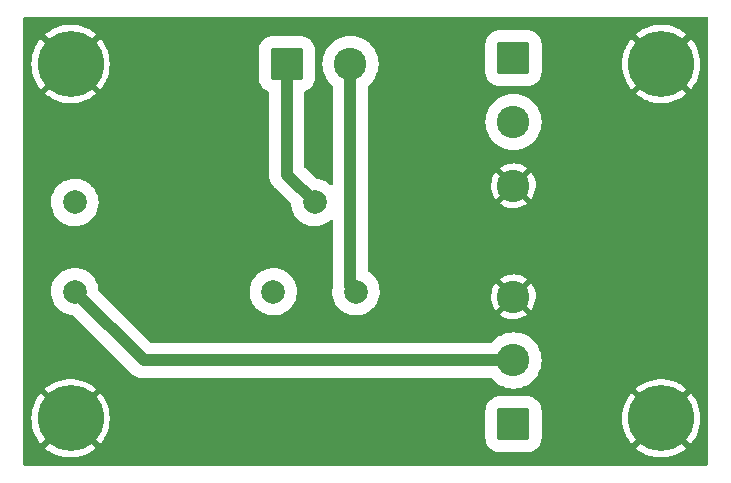
<source format=gbr>
%TF.GenerationSoftware,KiCad,Pcbnew,(6.0.5)*%
%TF.CreationDate,2023-01-10T19:29:17-05:00*%
%TF.ProjectId,Switched-Outlet-Switcher,53776974-6368-4656-942d-4f75746c6574,rev?*%
%TF.SameCoordinates,Original*%
%TF.FileFunction,Copper,L2,Bot*%
%TF.FilePolarity,Positive*%
%FSLAX46Y46*%
G04 Gerber Fmt 4.6, Leading zero omitted, Abs format (unit mm)*
G04 Created by KiCad (PCBNEW (6.0.5)) date 2023-01-10 19:29:17*
%MOMM*%
%LPD*%
G01*
G04 APERTURE LIST*
G04 Aperture macros list*
%AMRoundRect*
0 Rectangle with rounded corners*
0 $1 Rounding radius*
0 $2 $3 $4 $5 $6 $7 $8 $9 X,Y pos of 4 corners*
0 Add a 4 corners polygon primitive as box body*
4,1,4,$2,$3,$4,$5,$6,$7,$8,$9,$2,$3,0*
0 Add four circle primitives for the rounded corners*
1,1,$1+$1,$2,$3*
1,1,$1+$1,$4,$5*
1,1,$1+$1,$6,$7*
1,1,$1+$1,$8,$9*
0 Add four rect primitives between the rounded corners*
20,1,$1+$1,$2,$3,$4,$5,0*
20,1,$1+$1,$4,$5,$6,$7,0*
20,1,$1+$1,$6,$7,$8,$9,0*
20,1,$1+$1,$8,$9,$2,$3,0*%
G04 Aperture macros list end*
%TA.AperFunction,ComponentPad*%
%ADD10C,5.600000*%
%TD*%
%TA.AperFunction,ComponentPad*%
%ADD11RoundRect,0.250000X1.125000X-1.125000X1.125000X1.125000X-1.125000X1.125000X-1.125000X-1.125000X0*%
%TD*%
%TA.AperFunction,ComponentPad*%
%ADD12C,2.750000*%
%TD*%
%TA.AperFunction,ComponentPad*%
%ADD13RoundRect,0.250000X-1.125000X1.125000X-1.125000X-1.125000X1.125000X-1.125000X1.125000X1.125000X0*%
%TD*%
%TA.AperFunction,ComponentPad*%
%ADD14RoundRect,0.250000X-1.125000X-1.125000X1.125000X-1.125000X1.125000X1.125000X-1.125000X1.125000X0*%
%TD*%
%TA.AperFunction,ComponentPad*%
%ADD15C,2.006600*%
%TD*%
%TA.AperFunction,Conductor*%
%ADD16C,1.000000*%
%TD*%
G04 APERTURE END LIST*
D10*
%TO.P,REF\u002A\u002A,1*%
%TO.N,/EARTH*%
X185000000Y-126000000D03*
%TD*%
D11*
%TO.P,P2,1,AC_P*%
%TO.N,/IN_P*%
X172500000Y-126500000D03*
D12*
%TO.P,P2,2,AC_N*%
%TO.N,/IN_N*%
X172500000Y-121100000D03*
%TO.P,P2,3,EARTH*%
%TO.N,/EARTH*%
X172500000Y-115700000D03*
%TD*%
D10*
%TO.P,REF\u002A\u002A,1*%
%TO.N,/EARTH*%
X135000000Y-96000000D03*
%TD*%
%TO.P,REF\u002A\u002A,1*%
%TO.N,/EARTH*%
X135000000Y-126000000D03*
%TD*%
D13*
%TO.P,P1,1,AC_P*%
%TO.N,/OUT_P*%
X172500000Y-95500000D03*
D12*
%TO.P,P1,2,AC_N*%
%TO.N,/IN_N*%
X172500000Y-100900000D03*
%TO.P,P1,3,EARTH*%
%TO.N,/EARTH*%
X172500000Y-106300000D03*
%TD*%
D14*
%TO.P,SW1,1,1*%
%TO.N,/IN_P*%
X153300000Y-96000000D03*
D12*
%TO.P,SW1,2,2*%
%TO.N,Net-(SW1-Pad2)*%
X158700000Y-96000000D03*
%TD*%
D10*
%TO.P,REF\u002A\u002A,1*%
%TO.N,/EARTH*%
X185000000Y-96000000D03*
%TD*%
D15*
%TO.P,U1,1,A1*%
%TO.N,/IN_N*%
X135358800Y-115280000D03*
%TO.P,U1,2,12*%
%TO.N,/OUT_P*%
X152158802Y-115280000D03*
%TO.P,U1,3,14*%
%TO.N,Net-(SW1-Pad2)*%
X159158803Y-115280000D03*
%TO.P,U1,4,11*%
%TO.N,/IN_P*%
X155658803Y-107720000D03*
%TO.P,U1,5,A2*%
%TO.N,Net-(SW1-Pad2)*%
X135358800Y-107720000D03*
%TD*%
D16*
%TO.N,/IN_N*%
X141178800Y-121100000D02*
X172500000Y-121100000D01*
X135358800Y-115280000D02*
X141178800Y-121100000D01*
%TO.N,Net-(SW1-Pad2)*%
X158700000Y-114821197D02*
X159158803Y-115280000D01*
X158700000Y-96000000D02*
X158700000Y-114821197D01*
%TO.N,/IN_P*%
X153300000Y-105361197D02*
X155658803Y-107720000D01*
X153300000Y-96000000D02*
X153300000Y-105361197D01*
%TD*%
%TA.AperFunction,Conductor*%
%TO.N,/EARTH*%
G36*
X188941621Y-92020502D02*
G01*
X188988114Y-92074158D01*
X188999500Y-92126500D01*
X188999500Y-129873500D01*
X188979498Y-129941621D01*
X188925842Y-129988114D01*
X188873500Y-129999500D01*
X131126500Y-129999500D01*
X131058379Y-129979498D01*
X131011886Y-129925842D01*
X131000500Y-129873500D01*
X131000500Y-128516381D01*
X132849160Y-128516381D01*
X132849237Y-128517470D01*
X132851698Y-128521206D01*
X133125632Y-128731404D01*
X133131262Y-128735259D01*
X133431591Y-128917862D01*
X133437593Y-128921080D01*
X133755897Y-129070184D01*
X133762202Y-129072732D01*
X134094743Y-129186587D01*
X134101313Y-129188446D01*
X134444183Y-129265714D01*
X134450912Y-129266853D01*
X134800143Y-129306643D01*
X134806933Y-129307046D01*
X135158419Y-129308886D01*
X135165220Y-129308554D01*
X135514853Y-129272423D01*
X135521581Y-129271357D01*
X135865274Y-129197676D01*
X135871822Y-129195897D01*
X136205549Y-129085527D01*
X136211891Y-129083041D01*
X136531718Y-128937288D01*
X136537777Y-128934121D01*
X136839995Y-128754676D01*
X136845659Y-128750884D01*
X137126732Y-128539849D01*
X137131958Y-128535464D01*
X137141613Y-128526428D01*
X137149682Y-128512750D01*
X137149654Y-128512024D01*
X137144512Y-128503723D01*
X135012810Y-126372020D01*
X134998869Y-126364408D01*
X134997034Y-126364539D01*
X134990420Y-126368790D01*
X132856774Y-128502437D01*
X132849160Y-128516381D01*
X131000500Y-128516381D01*
X131000500Y-125991832D01*
X131687333Y-125991832D01*
X131705117Y-126342893D01*
X131705827Y-126349649D01*
X131761420Y-126696723D01*
X131762859Y-126703378D01*
X131855608Y-127042410D01*
X131857757Y-127048871D01*
X131986581Y-127375912D01*
X131989412Y-127382095D01*
X132152803Y-127693310D01*
X132156286Y-127699152D01*
X132352330Y-127990896D01*
X132356433Y-127996340D01*
X132476425Y-128138836D01*
X132489164Y-128147279D01*
X132499608Y-128141181D01*
X134627980Y-126012810D01*
X134634357Y-126001131D01*
X135364408Y-126001131D01*
X135364539Y-126002966D01*
X135368790Y-126009580D01*
X137499009Y-128139798D01*
X137512605Y-128147223D01*
X137522218Y-128140522D01*
X137622518Y-128023912D01*
X137626676Y-128018514D01*
X137825762Y-127728840D01*
X137829310Y-127723029D01*
X137848635Y-127687138D01*
X170124500Y-127687138D01*
X170135949Y-127827902D01*
X170191463Y-128044113D01*
X170284386Y-128247075D01*
X170411783Y-128430375D01*
X170569625Y-128588217D01*
X170574231Y-128591418D01*
X170574233Y-128591420D01*
X170748319Y-128712413D01*
X170752925Y-128715614D01*
X170795834Y-128735259D01*
X170950782Y-128806200D01*
X170950784Y-128806201D01*
X170955887Y-128808537D01*
X171172098Y-128864051D01*
X171236232Y-128869267D01*
X171310311Y-128875293D01*
X171310323Y-128875293D01*
X171312862Y-128875500D01*
X173687138Y-128875500D01*
X173689677Y-128875293D01*
X173689689Y-128875293D01*
X173763768Y-128869267D01*
X173827902Y-128864051D01*
X174044113Y-128808537D01*
X174049216Y-128806201D01*
X174049218Y-128806200D01*
X174204166Y-128735259D01*
X174247075Y-128715614D01*
X174251681Y-128712413D01*
X174425767Y-128591420D01*
X174425769Y-128591418D01*
X174430375Y-128588217D01*
X174502211Y-128516381D01*
X182849160Y-128516381D01*
X182849237Y-128517470D01*
X182851698Y-128521206D01*
X183125632Y-128731404D01*
X183131262Y-128735259D01*
X183431591Y-128917862D01*
X183437593Y-128921080D01*
X183755897Y-129070184D01*
X183762202Y-129072732D01*
X184094743Y-129186587D01*
X184101313Y-129188446D01*
X184444183Y-129265714D01*
X184450912Y-129266853D01*
X184800143Y-129306643D01*
X184806933Y-129307046D01*
X185158419Y-129308886D01*
X185165220Y-129308554D01*
X185514853Y-129272423D01*
X185521581Y-129271357D01*
X185865274Y-129197676D01*
X185871822Y-129195897D01*
X186205549Y-129085527D01*
X186211891Y-129083041D01*
X186531718Y-128937288D01*
X186537777Y-128934121D01*
X186839995Y-128754676D01*
X186845659Y-128750884D01*
X187126732Y-128539849D01*
X187131958Y-128535464D01*
X187141613Y-128526428D01*
X187149682Y-128512750D01*
X187149654Y-128512024D01*
X187144512Y-128503723D01*
X185012810Y-126372020D01*
X184998869Y-126364408D01*
X184997034Y-126364539D01*
X184990420Y-126368790D01*
X182856774Y-128502437D01*
X182849160Y-128516381D01*
X174502211Y-128516381D01*
X174588217Y-128430375D01*
X174715614Y-128247075D01*
X174808537Y-128044113D01*
X174864051Y-127827902D01*
X174875500Y-127687138D01*
X174875500Y-125991832D01*
X181687333Y-125991832D01*
X181705117Y-126342893D01*
X181705827Y-126349649D01*
X181761420Y-126696723D01*
X181762859Y-126703378D01*
X181855608Y-127042410D01*
X181857757Y-127048871D01*
X181986581Y-127375912D01*
X181989412Y-127382095D01*
X182152803Y-127693310D01*
X182156286Y-127699152D01*
X182352330Y-127990896D01*
X182356433Y-127996340D01*
X182476425Y-128138836D01*
X182489164Y-128147279D01*
X182499608Y-128141181D01*
X184627980Y-126012810D01*
X184634357Y-126001131D01*
X185364408Y-126001131D01*
X185364539Y-126002966D01*
X185368790Y-126009580D01*
X187499009Y-128139798D01*
X187512605Y-128147223D01*
X187522218Y-128140522D01*
X187622518Y-128023912D01*
X187626676Y-128018514D01*
X187825762Y-127728840D01*
X187829310Y-127723029D01*
X187995942Y-127413559D01*
X187998849Y-127407381D01*
X188131090Y-127081713D01*
X188133304Y-127075283D01*
X188229598Y-126737237D01*
X188231105Y-126730607D01*
X188290332Y-126384118D01*
X188291112Y-126377378D01*
X188312668Y-126024925D01*
X188312784Y-126021323D01*
X188312853Y-126001819D01*
X188312761Y-125998194D01*
X188293666Y-125645615D01*
X188292931Y-125638849D01*
X188236130Y-125291985D01*
X188234663Y-125285313D01*
X188140736Y-124946627D01*
X188138562Y-124940163D01*
X188008598Y-124613578D01*
X188005742Y-124607398D01*
X187841269Y-124296763D01*
X187837769Y-124290937D01*
X187640697Y-123999862D01*
X187636590Y-123994453D01*
X187523565Y-123861179D01*
X187510740Y-123852743D01*
X187500416Y-123858795D01*
X185372020Y-125987190D01*
X185364408Y-126001131D01*
X184634357Y-126001131D01*
X184635592Y-125998869D01*
X184635461Y-125997034D01*
X184631210Y-125990420D01*
X182500992Y-123860203D01*
X182487455Y-123852811D01*
X182477753Y-123859599D01*
X182370430Y-123985257D01*
X182366296Y-123990664D01*
X182168215Y-124281041D01*
X182164697Y-124286851D01*
X181999134Y-124596922D01*
X181996259Y-124603087D01*
X181865155Y-124929218D01*
X181862962Y-124935658D01*
X181767846Y-125274044D01*
X181766363Y-125280679D01*
X181708350Y-125627354D01*
X181707591Y-125634126D01*
X181687357Y-125985037D01*
X181687333Y-125991832D01*
X174875500Y-125991832D01*
X174875500Y-125312862D01*
X174873260Y-125285313D01*
X174864486Y-125177451D01*
X174864051Y-125172098D01*
X174808537Y-124955887D01*
X174804298Y-124946627D01*
X174717949Y-124758026D01*
X174715614Y-124752925D01*
X174712413Y-124748319D01*
X174591420Y-124574233D01*
X174591418Y-124574231D01*
X174588217Y-124569625D01*
X174430375Y-124411783D01*
X174425769Y-124408582D01*
X174425767Y-124408580D01*
X174251681Y-124287587D01*
X174251679Y-124287586D01*
X174247075Y-124284386D01*
X174120915Y-124226626D01*
X174049218Y-124193800D01*
X174049216Y-124193799D01*
X174044113Y-124191463D01*
X173827902Y-124135949D01*
X173763768Y-124130733D01*
X173689689Y-124124707D01*
X173689677Y-124124707D01*
X173687138Y-124124500D01*
X171312862Y-124124500D01*
X171310323Y-124124707D01*
X171310311Y-124124707D01*
X171236232Y-124130733D01*
X171172098Y-124135949D01*
X170955887Y-124191463D01*
X170950784Y-124193799D01*
X170950782Y-124193800D01*
X170879085Y-124226626D01*
X170752925Y-124284386D01*
X170748321Y-124287586D01*
X170748319Y-124287587D01*
X170574233Y-124408580D01*
X170574231Y-124408582D01*
X170569625Y-124411783D01*
X170411783Y-124569625D01*
X170408582Y-124574231D01*
X170408580Y-124574233D01*
X170287587Y-124748319D01*
X170284386Y-124752925D01*
X170282051Y-124758026D01*
X170195703Y-124946627D01*
X170191463Y-124955887D01*
X170135949Y-125172098D01*
X170135514Y-125177451D01*
X170126741Y-125285313D01*
X170124500Y-125312862D01*
X170124500Y-127687138D01*
X137848635Y-127687138D01*
X137995942Y-127413559D01*
X137998849Y-127407381D01*
X138131090Y-127081713D01*
X138133304Y-127075283D01*
X138229598Y-126737237D01*
X138231105Y-126730607D01*
X138290332Y-126384118D01*
X138291112Y-126377378D01*
X138312668Y-126024925D01*
X138312784Y-126021323D01*
X138312853Y-126001819D01*
X138312761Y-125998194D01*
X138293666Y-125645615D01*
X138292931Y-125638849D01*
X138236130Y-125291985D01*
X138234663Y-125285313D01*
X138140736Y-124946627D01*
X138138562Y-124940163D01*
X138008598Y-124613578D01*
X138005742Y-124607398D01*
X137841269Y-124296763D01*
X137837769Y-124290937D01*
X137640697Y-123999862D01*
X137636590Y-123994453D01*
X137523565Y-123861179D01*
X137510740Y-123852743D01*
X137500416Y-123858795D01*
X135372020Y-125987190D01*
X135364408Y-126001131D01*
X134634357Y-126001131D01*
X134635592Y-125998869D01*
X134635461Y-125997034D01*
X134631210Y-125990420D01*
X132500992Y-123860203D01*
X132487455Y-123852811D01*
X132477753Y-123859599D01*
X132370430Y-123985257D01*
X132366296Y-123990664D01*
X132168215Y-124281041D01*
X132164697Y-124286851D01*
X131999134Y-124596922D01*
X131996259Y-124603087D01*
X131865155Y-124929218D01*
X131862962Y-124935658D01*
X131767846Y-125274044D01*
X131766363Y-125280679D01*
X131708350Y-125627354D01*
X131707591Y-125634126D01*
X131687357Y-125985037D01*
X131687333Y-125991832D01*
X131000500Y-125991832D01*
X131000500Y-123486862D01*
X132849950Y-123486862D01*
X132849986Y-123487704D01*
X132855037Y-123495826D01*
X134987190Y-125627980D01*
X135001131Y-125635592D01*
X135002966Y-125635461D01*
X135009580Y-125631210D01*
X137142798Y-123497991D01*
X137148875Y-123486862D01*
X182849950Y-123486862D01*
X182849986Y-123487704D01*
X182855037Y-123495826D01*
X184987190Y-125627980D01*
X185001131Y-125635592D01*
X185002966Y-125635461D01*
X185009580Y-125631210D01*
X187142798Y-123497991D01*
X187150412Y-123484047D01*
X187150344Y-123483089D01*
X187145836Y-123476272D01*
X187144418Y-123475065D01*
X186864813Y-123262064D01*
X186859187Y-123258240D01*
X186558214Y-123076681D01*
X186552202Y-123073484D01*
X186233370Y-122925487D01*
X186227070Y-122922967D01*
X185894129Y-122810273D01*
X185887551Y-122808437D01*
X185544417Y-122732367D01*
X185537678Y-122731251D01*
X185188310Y-122692680D01*
X185181529Y-122692301D01*
X184830015Y-122691687D01*
X184823242Y-122692042D01*
X184473720Y-122729395D01*
X184467010Y-122730482D01*
X184123586Y-122805361D01*
X184117011Y-122807172D01*
X183783683Y-122918702D01*
X183777361Y-122921205D01*
X183458034Y-123068079D01*
X183451991Y-123071265D01*
X183150401Y-123251763D01*
X183144755Y-123255571D01*
X182864408Y-123467596D01*
X182859211Y-123471987D01*
X182857972Y-123473155D01*
X182849950Y-123486862D01*
X137148875Y-123486862D01*
X137150412Y-123484047D01*
X137150344Y-123483089D01*
X137145836Y-123476272D01*
X137144418Y-123475065D01*
X136864813Y-123262064D01*
X136859187Y-123258240D01*
X136558214Y-123076681D01*
X136552202Y-123073484D01*
X136233370Y-122925487D01*
X136227070Y-122922967D01*
X135894129Y-122810273D01*
X135887551Y-122808437D01*
X135544417Y-122732367D01*
X135537678Y-122731251D01*
X135188310Y-122692680D01*
X135181529Y-122692301D01*
X134830015Y-122691687D01*
X134823242Y-122692042D01*
X134473720Y-122729395D01*
X134467010Y-122730482D01*
X134123586Y-122805361D01*
X134117011Y-122807172D01*
X133783683Y-122918702D01*
X133777361Y-122921205D01*
X133458034Y-123068079D01*
X133451991Y-123071265D01*
X133150401Y-123251763D01*
X133144755Y-123255571D01*
X132864408Y-123467596D01*
X132859211Y-123471987D01*
X132857972Y-123473155D01*
X132849950Y-123486862D01*
X131000500Y-123486862D01*
X131000500Y-115216898D01*
X133350873Y-115216898D01*
X133351048Y-115221350D01*
X133358309Y-115406141D01*
X133362014Y-115500447D01*
X133412996Y-115779598D01*
X133414405Y-115783821D01*
X133473349Y-115960497D01*
X133502802Y-116048780D01*
X133521954Y-116087109D01*
X133588373Y-116220033D01*
X133629640Y-116302622D01*
X133790979Y-116536061D01*
X133794001Y-116539330D01*
X133980585Y-116741176D01*
X133980590Y-116741181D01*
X133983601Y-116744438D01*
X134203662Y-116923596D01*
X134207480Y-116925895D01*
X134207482Y-116925896D01*
X134367996Y-117022533D01*
X134446770Y-117069959D01*
X134568830Y-117121645D01*
X134703978Y-117178873D01*
X134703981Y-117178874D01*
X134708076Y-117180608D01*
X134712368Y-117181746D01*
X134712371Y-117181747D01*
X134781345Y-117200035D01*
X134982366Y-117253335D01*
X134986785Y-117253858D01*
X134986790Y-117253859D01*
X135197292Y-117278773D01*
X135262589Y-117306644D01*
X135271577Y-117314805D01*
X140035947Y-122079174D01*
X140047612Y-122092616D01*
X140052883Y-122099636D01*
X140056625Y-122103212D01*
X140056626Y-122103213D01*
X140131316Y-122174588D01*
X140133360Y-122176587D01*
X140162019Y-122205246D01*
X140163977Y-122206906D01*
X140163984Y-122206913D01*
X140171419Y-122213218D01*
X140176973Y-122218219D01*
X140231268Y-122270104D01*
X140260871Y-122290298D01*
X140262765Y-122291590D01*
X140273254Y-122299580D01*
X140302331Y-122324239D01*
X140306764Y-122326892D01*
X140366773Y-122362807D01*
X140373070Y-122366835D01*
X140435100Y-122409149D01*
X140439787Y-122411325D01*
X140439793Y-122411328D01*
X140469687Y-122425204D01*
X140481332Y-122431370D01*
X140514050Y-122450951D01*
X140518857Y-122452844D01*
X140518860Y-122452846D01*
X140583922Y-122478474D01*
X140590794Y-122481419D01*
X140658904Y-122513035D01*
X140663889Y-122514417D01*
X140663893Y-122514419D01*
X140695643Y-122523224D01*
X140708138Y-122527404D01*
X140743622Y-122541381D01*
X140748683Y-122542466D01*
X140817029Y-122557119D01*
X140824287Y-122558901D01*
X140885289Y-122575818D01*
X140896671Y-122578974D01*
X140934580Y-122583025D01*
X140947602Y-122585112D01*
X140979818Y-122592019D01*
X140979833Y-122592021D01*
X140984880Y-122593103D01*
X141059894Y-122596640D01*
X141067348Y-122597214D01*
X141098092Y-122600500D01*
X141138768Y-122600500D01*
X141144702Y-122600640D01*
X141231347Y-122604726D01*
X141259991Y-122601361D01*
X141274692Y-122600500D01*
X170599230Y-122600500D01*
X170667351Y-122620502D01*
X170693961Y-122643421D01*
X170816664Y-122783336D01*
X170819753Y-122786045D01*
X171047684Y-122985937D01*
X171047690Y-122985941D01*
X171050784Y-122988655D01*
X171309701Y-123161657D01*
X171313400Y-123163481D01*
X171313405Y-123163484D01*
X171457028Y-123234311D01*
X171588985Y-123299385D01*
X171592890Y-123300710D01*
X171592891Y-123300711D01*
X171879943Y-123398152D01*
X171879947Y-123398153D01*
X171883856Y-123399480D01*
X171887900Y-123400284D01*
X171887906Y-123400286D01*
X172185231Y-123459428D01*
X172185237Y-123459429D01*
X172189270Y-123460231D01*
X172193375Y-123460500D01*
X172193382Y-123460501D01*
X172495881Y-123480327D01*
X172500000Y-123480597D01*
X172504119Y-123480327D01*
X172806618Y-123460501D01*
X172806625Y-123460500D01*
X172810730Y-123460231D01*
X172814763Y-123459429D01*
X172814769Y-123459428D01*
X173112094Y-123400286D01*
X173112100Y-123400284D01*
X173116144Y-123399480D01*
X173120053Y-123398153D01*
X173120057Y-123398152D01*
X173407109Y-123300711D01*
X173407110Y-123300710D01*
X173411015Y-123299385D01*
X173542972Y-123234311D01*
X173686595Y-123163484D01*
X173686600Y-123163481D01*
X173690299Y-123161657D01*
X173949216Y-122988655D01*
X173952310Y-122985941D01*
X173952316Y-122985937D01*
X174180247Y-122786045D01*
X174183336Y-122783336D01*
X174388655Y-122549216D01*
X174561657Y-122290298D01*
X174604502Y-122203418D01*
X174697559Y-122014719D01*
X174697562Y-122014711D01*
X174699385Y-122011015D01*
X174799480Y-121716144D01*
X174860231Y-121410730D01*
X174880597Y-121100000D01*
X174860231Y-120789270D01*
X174799480Y-120483856D01*
X174699385Y-120188985D01*
X174697562Y-120185289D01*
X174697559Y-120185281D01*
X174563482Y-119913403D01*
X174561657Y-119909702D01*
X174388655Y-119650784D01*
X174183336Y-119416664D01*
X174180247Y-119413955D01*
X173952316Y-119214063D01*
X173952310Y-119214059D01*
X173949216Y-119211345D01*
X173690299Y-119038343D01*
X173686598Y-119036518D01*
X173686595Y-119036516D01*
X173542972Y-118965689D01*
X173411015Y-118900615D01*
X173407100Y-118899286D01*
X173120057Y-118801848D01*
X173120053Y-118801847D01*
X173116144Y-118800520D01*
X173112100Y-118799716D01*
X173112094Y-118799714D01*
X172814769Y-118740572D01*
X172814763Y-118740571D01*
X172810730Y-118739769D01*
X172806625Y-118739500D01*
X172806618Y-118739499D01*
X172504119Y-118719673D01*
X172500000Y-118719403D01*
X172495881Y-118719673D01*
X172193382Y-118739499D01*
X172193375Y-118739500D01*
X172189270Y-118739769D01*
X172185237Y-118740571D01*
X172185231Y-118740572D01*
X171887906Y-118799714D01*
X171887900Y-118799716D01*
X171883856Y-118800520D01*
X171879947Y-118801847D01*
X171879943Y-118801848D01*
X171592900Y-118899286D01*
X171588985Y-118900615D01*
X171585289Y-118902438D01*
X171585281Y-118902441D01*
X171364128Y-119011503D01*
X171309702Y-119038343D01*
X171050784Y-119211345D01*
X170816664Y-119416664D01*
X170813955Y-119419753D01*
X170693962Y-119556578D01*
X170634008Y-119594605D01*
X170599230Y-119599500D01*
X141852518Y-119599500D01*
X141784397Y-119579498D01*
X141763423Y-119562595D01*
X137417725Y-115216898D01*
X150150875Y-115216898D01*
X150151050Y-115221350D01*
X150158311Y-115406141D01*
X150162016Y-115500447D01*
X150212998Y-115779598D01*
X150214407Y-115783821D01*
X150273351Y-115960497D01*
X150302804Y-116048780D01*
X150321956Y-116087109D01*
X150388375Y-116220033D01*
X150429642Y-116302622D01*
X150590981Y-116536061D01*
X150594003Y-116539330D01*
X150780587Y-116741176D01*
X150780592Y-116741181D01*
X150783603Y-116744438D01*
X151003664Y-116923596D01*
X151007482Y-116925895D01*
X151007484Y-116925896D01*
X151167998Y-117022533D01*
X151246772Y-117069959D01*
X151368832Y-117121645D01*
X151503980Y-117178873D01*
X151503983Y-117178874D01*
X151508078Y-117180608D01*
X151512370Y-117181746D01*
X151512373Y-117181747D01*
X151778071Y-117252196D01*
X151778075Y-117252197D01*
X151782368Y-117253335D01*
X151786777Y-117253857D01*
X151786783Y-117253858D01*
X151943635Y-117272422D01*
X152064169Y-117286688D01*
X152347858Y-117280002D01*
X152355242Y-117278773D01*
X152623385Y-117234142D01*
X152623389Y-117234141D01*
X152627775Y-117233411D01*
X152632016Y-117232070D01*
X152632019Y-117232069D01*
X152894088Y-117149188D01*
X152894090Y-117149187D01*
X152898334Y-117147845D01*
X153154138Y-117025009D01*
X153302472Y-116925896D01*
X153386374Y-116869835D01*
X153386378Y-116869832D01*
X153390082Y-116867357D01*
X153393399Y-116864386D01*
X153393403Y-116864383D01*
X153598141Y-116681004D01*
X153598142Y-116681003D01*
X153601459Y-116678032D01*
X153784051Y-116460812D01*
X153934215Y-116220033D01*
X154048954Y-115960497D01*
X154125980Y-115687383D01*
X154159416Y-115438454D01*
X154163329Y-115409323D01*
X154163330Y-115409315D01*
X154163756Y-115406141D01*
X154167720Y-115280000D01*
X154147678Y-114996941D01*
X154134259Y-114934609D01*
X154088889Y-114723877D01*
X154088889Y-114723875D01*
X154087953Y-114719530D01*
X153989736Y-114453301D01*
X153854988Y-114203568D01*
X153686395Y-113975312D01*
X153677212Y-113965983D01*
X153588687Y-113876056D01*
X153487323Y-113773088D01*
X153261744Y-113600932D01*
X153014158Y-113462277D01*
X152952342Y-113438362D01*
X152753660Y-113361497D01*
X152753654Y-113361495D01*
X152749505Y-113359890D01*
X152745173Y-113358886D01*
X152745170Y-113358885D01*
X152631671Y-113332578D01*
X152473066Y-113295815D01*
X152190357Y-113271330D01*
X152185922Y-113271574D01*
X152185918Y-113271574D01*
X151911461Y-113286678D01*
X151911454Y-113286679D01*
X151907018Y-113286923D01*
X151768890Y-113314398D01*
X151633075Y-113341413D01*
X151633070Y-113341414D01*
X151628703Y-113342283D01*
X151624500Y-113343759D01*
X151365172Y-113434828D01*
X151365169Y-113434829D01*
X151360964Y-113436306D01*
X151357011Y-113438359D01*
X151357005Y-113438362D01*
X151251645Y-113493093D01*
X151109145Y-113567116D01*
X151105530Y-113569699D01*
X151105524Y-113569703D01*
X150881890Y-113729514D01*
X150881886Y-113729517D01*
X150878269Y-113732102D01*
X150672944Y-113927973D01*
X150497265Y-114150821D01*
X150495033Y-114154663D01*
X150495030Y-114154668D01*
X150356976Y-114392344D01*
X150356973Y-114392351D01*
X150354738Y-114396198D01*
X150353064Y-114400332D01*
X150254874Y-114642751D01*
X150248207Y-114659210D01*
X150179798Y-114934609D01*
X150150875Y-115216898D01*
X137417725Y-115216898D01*
X137392366Y-115191539D01*
X137358340Y-115129227D01*
X137355776Y-115111343D01*
X137347991Y-115001393D01*
X137347676Y-114996941D01*
X137334257Y-114934609D01*
X137288887Y-114723877D01*
X137288887Y-114723875D01*
X137287951Y-114719530D01*
X137189734Y-114453301D01*
X137054986Y-114203568D01*
X136886393Y-113975312D01*
X136877210Y-113965983D01*
X136788685Y-113876056D01*
X136687321Y-113773088D01*
X136461742Y-113600932D01*
X136214156Y-113462277D01*
X136152340Y-113438362D01*
X135953658Y-113361497D01*
X135953652Y-113361495D01*
X135949503Y-113359890D01*
X135945171Y-113358886D01*
X135945168Y-113358885D01*
X135831669Y-113332578D01*
X135673064Y-113295815D01*
X135390355Y-113271330D01*
X135385920Y-113271574D01*
X135385916Y-113271574D01*
X135111459Y-113286678D01*
X135111452Y-113286679D01*
X135107016Y-113286923D01*
X134968888Y-113314398D01*
X134833073Y-113341413D01*
X134833068Y-113341414D01*
X134828701Y-113342283D01*
X134824498Y-113343759D01*
X134565170Y-113434828D01*
X134565167Y-113434829D01*
X134560962Y-113436306D01*
X134557009Y-113438359D01*
X134557003Y-113438362D01*
X134451643Y-113493093D01*
X134309143Y-113567116D01*
X134305528Y-113569699D01*
X134305522Y-113569703D01*
X134081888Y-113729514D01*
X134081884Y-113729517D01*
X134078267Y-113732102D01*
X133872942Y-113927973D01*
X133697263Y-114150821D01*
X133695031Y-114154663D01*
X133695028Y-114154668D01*
X133556974Y-114392344D01*
X133556971Y-114392351D01*
X133554736Y-114396198D01*
X133553062Y-114400332D01*
X133454872Y-114642751D01*
X133448205Y-114659210D01*
X133379796Y-114934609D01*
X133350873Y-115216898D01*
X131000500Y-115216898D01*
X131000500Y-107656898D01*
X133350873Y-107656898D01*
X133351048Y-107661350D01*
X133358309Y-107846141D01*
X133362014Y-107940447D01*
X133362814Y-107944827D01*
X133406789Y-108185609D01*
X133412996Y-108219598D01*
X133414405Y-108223821D01*
X133473349Y-108400497D01*
X133502802Y-108488780D01*
X133504795Y-108492768D01*
X133588373Y-108660033D01*
X133629640Y-108742622D01*
X133790979Y-108976061D01*
X133794001Y-108979330D01*
X133980585Y-109181176D01*
X133980590Y-109181181D01*
X133983601Y-109184438D01*
X134203662Y-109363596D01*
X134207480Y-109365895D01*
X134207482Y-109365896D01*
X134367996Y-109462533D01*
X134446770Y-109509959D01*
X134568830Y-109561645D01*
X134703978Y-109618873D01*
X134703981Y-109618874D01*
X134708076Y-109620608D01*
X134712368Y-109621746D01*
X134712371Y-109621747D01*
X134978069Y-109692196D01*
X134978073Y-109692197D01*
X134982366Y-109693335D01*
X134986775Y-109693857D01*
X134986781Y-109693858D01*
X135143633Y-109712422D01*
X135264167Y-109726688D01*
X135547856Y-109720002D01*
X135552254Y-109719270D01*
X135823383Y-109674142D01*
X135823387Y-109674141D01*
X135827773Y-109673411D01*
X135832014Y-109672070D01*
X135832017Y-109672069D01*
X136094086Y-109589188D01*
X136094088Y-109589187D01*
X136098332Y-109587845D01*
X136354136Y-109465009D01*
X136502470Y-109365896D01*
X136586372Y-109309835D01*
X136586376Y-109309832D01*
X136590080Y-109307357D01*
X136593397Y-109304386D01*
X136593401Y-109304383D01*
X136798139Y-109121004D01*
X136798140Y-109121003D01*
X136801457Y-109118032D01*
X136984049Y-108900812D01*
X137134213Y-108660033D01*
X137248952Y-108400497D01*
X137325978Y-108127383D01*
X137345266Y-107983786D01*
X137363327Y-107849323D01*
X137363328Y-107849315D01*
X137363754Y-107846141D01*
X137364879Y-107810337D01*
X137367617Y-107723222D01*
X137367617Y-107723217D01*
X137367718Y-107720000D01*
X137347676Y-107436941D01*
X137340983Y-107405850D01*
X137288887Y-107163877D01*
X137288887Y-107163875D01*
X137287951Y-107159530D01*
X137189734Y-106893301D01*
X137054986Y-106643568D01*
X136886393Y-106415312D01*
X136843235Y-106371470D01*
X136771764Y-106298868D01*
X136687321Y-106213088D01*
X136461742Y-106040932D01*
X136457317Y-106038454D01*
X136218047Y-105904456D01*
X136218046Y-105904456D01*
X136214156Y-105902277D01*
X136152340Y-105878362D01*
X135953658Y-105801497D01*
X135953652Y-105801495D01*
X135949503Y-105799890D01*
X135945171Y-105798886D01*
X135945168Y-105798885D01*
X135781849Y-105761030D01*
X135673064Y-105735815D01*
X135390355Y-105711330D01*
X135385920Y-105711574D01*
X135385916Y-105711574D01*
X135111459Y-105726678D01*
X135111452Y-105726679D01*
X135107016Y-105726923D01*
X134968888Y-105754398D01*
X134833073Y-105781413D01*
X134833068Y-105781414D01*
X134828701Y-105782283D01*
X134824498Y-105783759D01*
X134565170Y-105874828D01*
X134565167Y-105874829D01*
X134560962Y-105876306D01*
X134557009Y-105878359D01*
X134557003Y-105878362D01*
X134447084Y-105935461D01*
X134309143Y-106007116D01*
X134305528Y-106009699D01*
X134305522Y-106009703D01*
X134081888Y-106169514D01*
X134081884Y-106169517D01*
X134078267Y-106172102D01*
X133872942Y-106367973D01*
X133697263Y-106590821D01*
X133695031Y-106594663D01*
X133695028Y-106594668D01*
X133556974Y-106832344D01*
X133556971Y-106832351D01*
X133554736Y-106836198D01*
X133448205Y-107099210D01*
X133379796Y-107374609D01*
X133350873Y-107656898D01*
X131000500Y-107656898D01*
X131000500Y-98516381D01*
X132849160Y-98516381D01*
X132849237Y-98517470D01*
X132851698Y-98521206D01*
X133125632Y-98731404D01*
X133131262Y-98735259D01*
X133431591Y-98917862D01*
X133437593Y-98921080D01*
X133755897Y-99070184D01*
X133762202Y-99072732D01*
X134094743Y-99186587D01*
X134101313Y-99188446D01*
X134444183Y-99265714D01*
X134450912Y-99266853D01*
X134800143Y-99306643D01*
X134806933Y-99307046D01*
X135158419Y-99308886D01*
X135165220Y-99308554D01*
X135514853Y-99272423D01*
X135521581Y-99271357D01*
X135865274Y-99197676D01*
X135871822Y-99195897D01*
X136205549Y-99085527D01*
X136211891Y-99083041D01*
X136531718Y-98937288D01*
X136537777Y-98934121D01*
X136839995Y-98754676D01*
X136845659Y-98750884D01*
X137126732Y-98539849D01*
X137131958Y-98535464D01*
X137141613Y-98526428D01*
X137149682Y-98512750D01*
X137149654Y-98512024D01*
X137144512Y-98503723D01*
X135012810Y-96372020D01*
X134998869Y-96364408D01*
X134997034Y-96364539D01*
X134990420Y-96368790D01*
X132856774Y-98502437D01*
X132849160Y-98516381D01*
X131000500Y-98516381D01*
X131000500Y-95991832D01*
X131687333Y-95991832D01*
X131705117Y-96342893D01*
X131705827Y-96349649D01*
X131761420Y-96696723D01*
X131762859Y-96703378D01*
X131855608Y-97042410D01*
X131857757Y-97048871D01*
X131986581Y-97375912D01*
X131989412Y-97382095D01*
X132152803Y-97693310D01*
X132156286Y-97699152D01*
X132352330Y-97990896D01*
X132356433Y-97996340D01*
X132476425Y-98138836D01*
X132489164Y-98147279D01*
X132499608Y-98141181D01*
X134627980Y-96012810D01*
X134634357Y-96001131D01*
X135364408Y-96001131D01*
X135364539Y-96002966D01*
X135368790Y-96009580D01*
X137499009Y-98139798D01*
X137512605Y-98147223D01*
X137522218Y-98140522D01*
X137622518Y-98023912D01*
X137626676Y-98018514D01*
X137825762Y-97728840D01*
X137829310Y-97723029D01*
X137995942Y-97413559D01*
X137998849Y-97407381D01*
X138088281Y-97187138D01*
X150924500Y-97187138D01*
X150924707Y-97189677D01*
X150924707Y-97189689D01*
X150928960Y-97241974D01*
X150935949Y-97327902D01*
X150991463Y-97544113D01*
X151084386Y-97747075D01*
X151087586Y-97751679D01*
X151087587Y-97751681D01*
X151167036Y-97865992D01*
X151211783Y-97930375D01*
X151369625Y-98088217D01*
X151374231Y-98091418D01*
X151374233Y-98091420D01*
X151445830Y-98141181D01*
X151552925Y-98215614D01*
X151725952Y-98294832D01*
X151779563Y-98341375D01*
X151799500Y-98409395D01*
X151799500Y-105245465D01*
X151798243Y-105263218D01*
X151797007Y-105271903D01*
X151797124Y-105277065D01*
X151797124Y-105277068D01*
X151799468Y-105380347D01*
X151799500Y-105383206D01*
X151799500Y-105423751D01*
X151799710Y-105426306D01*
X151799711Y-105426330D01*
X151800509Y-105436036D01*
X151800901Y-105443495D01*
X151802605Y-105518579D01*
X151803563Y-105523651D01*
X151803564Y-105523657D01*
X151809684Y-105556044D01*
X151811451Y-105569113D01*
X151814575Y-105607108D01*
X151815835Y-105612123D01*
X151832869Y-105679943D01*
X151834474Y-105687242D01*
X151847457Y-105755950D01*
X151848417Y-105761030D01*
X151850192Y-105765881D01*
X151850193Y-105765884D01*
X151861518Y-105796830D01*
X151865395Y-105809433D01*
X151874684Y-105846414D01*
X151876744Y-105851151D01*
X151904629Y-105915284D01*
X151907404Y-105922222D01*
X151933211Y-105992742D01*
X151935762Y-105997250D01*
X151951983Y-106025921D01*
X151957869Y-106037725D01*
X151973072Y-106072690D01*
X152013862Y-106135742D01*
X152017727Y-106142124D01*
X152052164Y-106202992D01*
X152052169Y-106203000D01*
X152054712Y-106207494D01*
X152057957Y-106211516D01*
X152057962Y-106211523D01*
X152078659Y-106237174D01*
X152086386Y-106247848D01*
X152107095Y-106279858D01*
X152157635Y-106335400D01*
X152162492Y-106341068D01*
X152179803Y-106362523D01*
X152179810Y-106362531D01*
X152181917Y-106365142D01*
X152210675Y-106393900D01*
X152214774Y-106398196D01*
X152273154Y-106462355D01*
X152277205Y-106465554D01*
X152277209Y-106465558D01*
X152295793Y-106480234D01*
X152306796Y-106490021D01*
X153623251Y-107806476D01*
X153657277Y-107868788D01*
X153660059Y-107890623D01*
X153662017Y-107940447D01*
X153662817Y-107944827D01*
X153706792Y-108185609D01*
X153712999Y-108219598D01*
X153714408Y-108223821D01*
X153773352Y-108400497D01*
X153802805Y-108488780D01*
X153804798Y-108492768D01*
X153888376Y-108660033D01*
X153929643Y-108742622D01*
X154090982Y-108976061D01*
X154094004Y-108979330D01*
X154280588Y-109181176D01*
X154280593Y-109181181D01*
X154283604Y-109184438D01*
X154503665Y-109363596D01*
X154507483Y-109365895D01*
X154507485Y-109365896D01*
X154667999Y-109462533D01*
X154746773Y-109509959D01*
X154868833Y-109561645D01*
X155003981Y-109618873D01*
X155003984Y-109618874D01*
X155008079Y-109620608D01*
X155012371Y-109621746D01*
X155012374Y-109621747D01*
X155278072Y-109692196D01*
X155278076Y-109692197D01*
X155282369Y-109693335D01*
X155286778Y-109693857D01*
X155286784Y-109693858D01*
X155443636Y-109712422D01*
X155564170Y-109726688D01*
X155847859Y-109720002D01*
X155852257Y-109719270D01*
X156123386Y-109674142D01*
X156123390Y-109674141D01*
X156127776Y-109673411D01*
X156132017Y-109672070D01*
X156132020Y-109672069D01*
X156394089Y-109589188D01*
X156394091Y-109589187D01*
X156398335Y-109587845D01*
X156654139Y-109465009D01*
X156802473Y-109365896D01*
X156886375Y-109309835D01*
X156886379Y-109309832D01*
X156890083Y-109307357D01*
X156893400Y-109304386D01*
X156893404Y-109304383D01*
X156989435Y-109218370D01*
X157053523Y-109187821D01*
X157123953Y-109196769D01*
X157178365Y-109242375D01*
X157199500Y-109312227D01*
X157199500Y-114705465D01*
X157198243Y-114723218D01*
X157197007Y-114731903D01*
X157197124Y-114737065D01*
X157197124Y-114737068D01*
X157199399Y-114837301D01*
X157195715Y-114870534D01*
X157179799Y-114934609D01*
X157150876Y-115216898D01*
X157151051Y-115221350D01*
X157158312Y-115406141D01*
X157162017Y-115500447D01*
X157212999Y-115779598D01*
X157214408Y-115783821D01*
X157273352Y-115960497D01*
X157302805Y-116048780D01*
X157321957Y-116087109D01*
X157388376Y-116220033D01*
X157429643Y-116302622D01*
X157590982Y-116536061D01*
X157594004Y-116539330D01*
X157780588Y-116741176D01*
X157780593Y-116741181D01*
X157783604Y-116744438D01*
X158003665Y-116923596D01*
X158007483Y-116925895D01*
X158007485Y-116925896D01*
X158167999Y-117022533D01*
X158246773Y-117069959D01*
X158368833Y-117121645D01*
X158503981Y-117178873D01*
X158503984Y-117178874D01*
X158508079Y-117180608D01*
X158512371Y-117181746D01*
X158512374Y-117181747D01*
X158778072Y-117252196D01*
X158778076Y-117252197D01*
X158782369Y-117253335D01*
X158786778Y-117253857D01*
X158786784Y-117253858D01*
X158943636Y-117272422D01*
X159064170Y-117286688D01*
X159347859Y-117280002D01*
X159355243Y-117278773D01*
X159623386Y-117234142D01*
X159623390Y-117234141D01*
X159627776Y-117233411D01*
X159632017Y-117232070D01*
X159632020Y-117232069D01*
X159733311Y-117200035D01*
X171365132Y-117200035D01*
X171372522Y-117210337D01*
X171411042Y-117241697D01*
X171418321Y-117246812D01*
X171639135Y-117379753D01*
X171647049Y-117383786D01*
X171884404Y-117484293D01*
X171892809Y-117487170D01*
X172141954Y-117553230D01*
X172150686Y-117554896D01*
X172406655Y-117585191D01*
X172415521Y-117585609D01*
X172673202Y-117579537D01*
X172682056Y-117578700D01*
X172936310Y-117536381D01*
X172944944Y-117534308D01*
X173190703Y-117456584D01*
X173198965Y-117453313D01*
X173431313Y-117341741D01*
X173439038Y-117337335D01*
X173627243Y-117211581D01*
X173635531Y-117201663D01*
X173628274Y-117187484D01*
X172512812Y-116072022D01*
X172498868Y-116064408D01*
X172497035Y-116064539D01*
X172490420Y-116068790D01*
X171372298Y-117186912D01*
X171365132Y-117200035D01*
X159733311Y-117200035D01*
X159894089Y-117149188D01*
X159894091Y-117149187D01*
X159898335Y-117147845D01*
X160154139Y-117025009D01*
X160302473Y-116925896D01*
X160386375Y-116869835D01*
X160386379Y-116869832D01*
X160390083Y-116867357D01*
X160393400Y-116864386D01*
X160393404Y-116864383D01*
X160598142Y-116681004D01*
X160598143Y-116681003D01*
X160601460Y-116678032D01*
X160784052Y-116460812D01*
X160934216Y-116220033D01*
X161048955Y-115960497D01*
X161125981Y-115687383D01*
X161131653Y-115645154D01*
X170613297Y-115645154D01*
X170623416Y-115902709D01*
X170624391Y-115911538D01*
X170670699Y-116165099D01*
X170672908Y-116173702D01*
X170754483Y-116418213D01*
X170757882Y-116426419D01*
X170873093Y-116656991D01*
X170877611Y-116664631D01*
X170989323Y-116826265D01*
X170999643Y-116834617D01*
X171013297Y-116827493D01*
X172127978Y-115712812D01*
X172134356Y-115701132D01*
X172864408Y-115701132D01*
X172864539Y-115702965D01*
X172868790Y-115709580D01*
X173987772Y-116828562D01*
X174001172Y-116835879D01*
X174011077Y-116828892D01*
X174024405Y-116813035D01*
X174029626Y-116805850D01*
X174166028Y-116587137D01*
X174170180Y-116579297D01*
X174274406Y-116343540D01*
X174277412Y-116335190D01*
X174347378Y-116087109D01*
X174349179Y-116078416D01*
X174383658Y-115821719D01*
X174384186Y-115815326D01*
X174387709Y-115703222D01*
X174387582Y-115696779D01*
X174369292Y-115438454D01*
X174368039Y-115429651D01*
X174313789Y-115177670D01*
X174311310Y-115169137D01*
X174222097Y-114927316D01*
X174218442Y-114919221D01*
X174096044Y-114692377D01*
X174091285Y-114684879D01*
X174009882Y-114574667D01*
X173998755Y-114566225D01*
X173986159Y-114573051D01*
X172872022Y-115687188D01*
X172864408Y-115701132D01*
X172134356Y-115701132D01*
X172135592Y-115698868D01*
X172135461Y-115697035D01*
X172131210Y-115690420D01*
X171013621Y-114572831D01*
X171000780Y-114565819D01*
X170990091Y-114573615D01*
X170941393Y-114635386D01*
X170936388Y-114642751D01*
X170806929Y-114865631D01*
X170803025Y-114873601D01*
X170706259Y-115112504D01*
X170703512Y-115120960D01*
X170641375Y-115371106D01*
X170639847Y-115379864D01*
X170613576Y-115636270D01*
X170613297Y-115645154D01*
X161131653Y-115645154D01*
X161159417Y-115438454D01*
X161163330Y-115409323D01*
X161163331Y-115409315D01*
X161163757Y-115406141D01*
X161167721Y-115280000D01*
X161147679Y-114996941D01*
X161134260Y-114934609D01*
X161088890Y-114723877D01*
X161088890Y-114723875D01*
X161087954Y-114719530D01*
X160989737Y-114453301D01*
X160854989Y-114203568D01*
X160852805Y-114200611D01*
X171365967Y-114200611D01*
X171372947Y-114213737D01*
X172487188Y-115327978D01*
X172501132Y-115335592D01*
X172502965Y-115335461D01*
X172509580Y-115331210D01*
X173626966Y-114213824D01*
X173633820Y-114201272D01*
X173625613Y-114190201D01*
X173539991Y-114124857D01*
X173532562Y-114119977D01*
X173307676Y-113994034D01*
X173299642Y-113990253D01*
X173059235Y-113897247D01*
X173050762Y-113894640D01*
X172799658Y-113836438D01*
X172790880Y-113835048D01*
X172534084Y-113812807D01*
X172525213Y-113812667D01*
X172267838Y-113826831D01*
X172259028Y-113827945D01*
X172006222Y-113878231D01*
X171997664Y-113880572D01*
X171754450Y-113965983D01*
X171746316Y-113969503D01*
X171517572Y-114088325D01*
X171510001Y-114092964D01*
X171374370Y-114189888D01*
X171365967Y-114200611D01*
X160852805Y-114200611D01*
X160686396Y-113975312D01*
X160677213Y-113965983D01*
X160588688Y-113876056D01*
X160487324Y-113773088D01*
X160261745Y-113600932D01*
X160257845Y-113598748D01*
X160257329Y-113598409D01*
X160211372Y-113544293D01*
X160200500Y-113493093D01*
X160200500Y-107800035D01*
X171365132Y-107800035D01*
X171372522Y-107810337D01*
X171411042Y-107841697D01*
X171418321Y-107846812D01*
X171639135Y-107979753D01*
X171647049Y-107983786D01*
X171884404Y-108084293D01*
X171892809Y-108087170D01*
X172141954Y-108153230D01*
X172150686Y-108154896D01*
X172406655Y-108185191D01*
X172415521Y-108185609D01*
X172673202Y-108179537D01*
X172682056Y-108178700D01*
X172936310Y-108136381D01*
X172944944Y-108134308D01*
X173190703Y-108056584D01*
X173198965Y-108053313D01*
X173431313Y-107941741D01*
X173439038Y-107937335D01*
X173627243Y-107811581D01*
X173635531Y-107801663D01*
X173628274Y-107787484D01*
X172512812Y-106672022D01*
X172498868Y-106664408D01*
X172497035Y-106664539D01*
X172490420Y-106668790D01*
X171372298Y-107786912D01*
X171365132Y-107800035D01*
X160200500Y-107800035D01*
X160200500Y-106245154D01*
X170613297Y-106245154D01*
X170623416Y-106502709D01*
X170624391Y-106511538D01*
X170670699Y-106765099D01*
X170672908Y-106773702D01*
X170754483Y-107018213D01*
X170757882Y-107026419D01*
X170873093Y-107256991D01*
X170877611Y-107264631D01*
X170989323Y-107426265D01*
X170999643Y-107434617D01*
X171013297Y-107427493D01*
X172127978Y-106312812D01*
X172134356Y-106301132D01*
X172864408Y-106301132D01*
X172864539Y-106302965D01*
X172868790Y-106309580D01*
X173987772Y-107428562D01*
X174001172Y-107435879D01*
X174011077Y-107428892D01*
X174024405Y-107413035D01*
X174029626Y-107405850D01*
X174166028Y-107187137D01*
X174170180Y-107179297D01*
X174274406Y-106943540D01*
X174277412Y-106935190D01*
X174347378Y-106687109D01*
X174349179Y-106678416D01*
X174383658Y-106421719D01*
X174384186Y-106415326D01*
X174387709Y-106303222D01*
X174387582Y-106296779D01*
X174369292Y-106038454D01*
X174368039Y-106029651D01*
X174313789Y-105777670D01*
X174311310Y-105769137D01*
X174222097Y-105527316D01*
X174218442Y-105519221D01*
X174096044Y-105292377D01*
X174091285Y-105284879D01*
X174009882Y-105174667D01*
X173998755Y-105166225D01*
X173986159Y-105173051D01*
X172872022Y-106287188D01*
X172864408Y-106301132D01*
X172134356Y-106301132D01*
X172135592Y-106298868D01*
X172135461Y-106297035D01*
X172131210Y-106290420D01*
X171013621Y-105172831D01*
X171000780Y-105165819D01*
X170990091Y-105173615D01*
X170941393Y-105235386D01*
X170936388Y-105242751D01*
X170806929Y-105465631D01*
X170803025Y-105473601D01*
X170706259Y-105712504D01*
X170703512Y-105720960D01*
X170641375Y-105971106D01*
X170639847Y-105979864D01*
X170613576Y-106236270D01*
X170613297Y-106245154D01*
X160200500Y-106245154D01*
X160200500Y-104800611D01*
X171365967Y-104800611D01*
X171372947Y-104813737D01*
X172487188Y-105927978D01*
X172501132Y-105935592D01*
X172502965Y-105935461D01*
X172509580Y-105931210D01*
X173626966Y-104813824D01*
X173633820Y-104801272D01*
X173625613Y-104790201D01*
X173539991Y-104724857D01*
X173532562Y-104719977D01*
X173307676Y-104594034D01*
X173299642Y-104590253D01*
X173059235Y-104497247D01*
X173050762Y-104494640D01*
X172799658Y-104436438D01*
X172790880Y-104435048D01*
X172534084Y-104412807D01*
X172525213Y-104412667D01*
X172267838Y-104426831D01*
X172259028Y-104427945D01*
X172006222Y-104478231D01*
X171997664Y-104480572D01*
X171754450Y-104565983D01*
X171746316Y-104569503D01*
X171517572Y-104688325D01*
X171510001Y-104692964D01*
X171374370Y-104789888D01*
X171365967Y-104800611D01*
X160200500Y-104800611D01*
X160200500Y-100900000D01*
X170119403Y-100900000D01*
X170139769Y-101210730D01*
X170200520Y-101516144D01*
X170300615Y-101811015D01*
X170302438Y-101814711D01*
X170302441Y-101814719D01*
X170411503Y-102035872D01*
X170438343Y-102090298D01*
X170611345Y-102349216D01*
X170816664Y-102583336D01*
X170819753Y-102586045D01*
X171047684Y-102785937D01*
X171047690Y-102785941D01*
X171050784Y-102788655D01*
X171309701Y-102961657D01*
X171313400Y-102963481D01*
X171313405Y-102963484D01*
X171457028Y-103034311D01*
X171588985Y-103099385D01*
X171592890Y-103100710D01*
X171592891Y-103100711D01*
X171879943Y-103198152D01*
X171879947Y-103198153D01*
X171883856Y-103199480D01*
X171887900Y-103200284D01*
X171887906Y-103200286D01*
X172185231Y-103259428D01*
X172185237Y-103259429D01*
X172189270Y-103260231D01*
X172193375Y-103260500D01*
X172193382Y-103260501D01*
X172495881Y-103280327D01*
X172500000Y-103280597D01*
X172504119Y-103280327D01*
X172806618Y-103260501D01*
X172806625Y-103260500D01*
X172810730Y-103260231D01*
X172814763Y-103259429D01*
X172814769Y-103259428D01*
X173112094Y-103200286D01*
X173112100Y-103200284D01*
X173116144Y-103199480D01*
X173120053Y-103198153D01*
X173120057Y-103198152D01*
X173407109Y-103100711D01*
X173407110Y-103100710D01*
X173411015Y-103099385D01*
X173542972Y-103034311D01*
X173686595Y-102963484D01*
X173686600Y-102963481D01*
X173690299Y-102961657D01*
X173949216Y-102788655D01*
X173952310Y-102785941D01*
X173952316Y-102785937D01*
X174180247Y-102586045D01*
X174183336Y-102583336D01*
X174388655Y-102349216D01*
X174561657Y-102090298D01*
X174588497Y-102035872D01*
X174697559Y-101814719D01*
X174697562Y-101814711D01*
X174699385Y-101811015D01*
X174799480Y-101516144D01*
X174860231Y-101210730D01*
X174880597Y-100900000D01*
X174860231Y-100589270D01*
X174799480Y-100283856D01*
X174699385Y-99988985D01*
X174697562Y-99985289D01*
X174697559Y-99985281D01*
X174563482Y-99713403D01*
X174561657Y-99709702D01*
X174388655Y-99450784D01*
X174183336Y-99216664D01*
X174180247Y-99213955D01*
X173952316Y-99014063D01*
X173952310Y-99014059D01*
X173949216Y-99011345D01*
X173690299Y-98838343D01*
X173686598Y-98836518D01*
X173686595Y-98836516D01*
X173542972Y-98765689D01*
X173411015Y-98700615D01*
X173407100Y-98699286D01*
X173120057Y-98601848D01*
X173120053Y-98601847D01*
X173116144Y-98600520D01*
X173112100Y-98599716D01*
X173112094Y-98599714D01*
X172814769Y-98540572D01*
X172814763Y-98540571D01*
X172810730Y-98539769D01*
X172806625Y-98539500D01*
X172806618Y-98539499D01*
X172504119Y-98519673D01*
X172500000Y-98519403D01*
X172495881Y-98519673D01*
X172193382Y-98539499D01*
X172193375Y-98539500D01*
X172189270Y-98539769D01*
X172185237Y-98540571D01*
X172185231Y-98540572D01*
X171887906Y-98599714D01*
X171887900Y-98599716D01*
X171883856Y-98600520D01*
X171879947Y-98601847D01*
X171879943Y-98601848D01*
X171592900Y-98699286D01*
X171588985Y-98700615D01*
X171585289Y-98702438D01*
X171585281Y-98702441D01*
X171364128Y-98811503D01*
X171309702Y-98838343D01*
X171050784Y-99011345D01*
X170816664Y-99216664D01*
X170611345Y-99450784D01*
X170438343Y-99709702D01*
X170436518Y-99713403D01*
X170302441Y-99985281D01*
X170302438Y-99985289D01*
X170300615Y-99988985D01*
X170200520Y-100283856D01*
X170139769Y-100589270D01*
X170119403Y-100900000D01*
X160200500Y-100900000D01*
X160200500Y-98516381D01*
X182849160Y-98516381D01*
X182849237Y-98517470D01*
X182851698Y-98521206D01*
X183125632Y-98731404D01*
X183131262Y-98735259D01*
X183431591Y-98917862D01*
X183437593Y-98921080D01*
X183755897Y-99070184D01*
X183762202Y-99072732D01*
X184094743Y-99186587D01*
X184101313Y-99188446D01*
X184444183Y-99265714D01*
X184450912Y-99266853D01*
X184800143Y-99306643D01*
X184806933Y-99307046D01*
X185158419Y-99308886D01*
X185165220Y-99308554D01*
X185514853Y-99272423D01*
X185521581Y-99271357D01*
X185865274Y-99197676D01*
X185871822Y-99195897D01*
X186205549Y-99085527D01*
X186211891Y-99083041D01*
X186531718Y-98937288D01*
X186537777Y-98934121D01*
X186839995Y-98754676D01*
X186845659Y-98750884D01*
X187126732Y-98539849D01*
X187131958Y-98535464D01*
X187141613Y-98526428D01*
X187149682Y-98512750D01*
X187149654Y-98512024D01*
X187144512Y-98503723D01*
X185012810Y-96372020D01*
X184998869Y-96364408D01*
X184997034Y-96364539D01*
X184990420Y-96368790D01*
X182856774Y-98502437D01*
X182849160Y-98516381D01*
X160200500Y-98516381D01*
X160200500Y-97900770D01*
X160220502Y-97832649D01*
X160243422Y-97806038D01*
X160380247Y-97686045D01*
X160383336Y-97683336D01*
X160588655Y-97449216D01*
X160761657Y-97190298D01*
X160815206Y-97081713D01*
X160897559Y-96914719D01*
X160897562Y-96914711D01*
X160899385Y-96911015D01*
X160975381Y-96687138D01*
X170124500Y-96687138D01*
X170124707Y-96689677D01*
X170124707Y-96689689D01*
X170128575Y-96737237D01*
X170135949Y-96827902D01*
X170191463Y-97044113D01*
X170193799Y-97049216D01*
X170193800Y-97049218D01*
X170226626Y-97120915D01*
X170284386Y-97247075D01*
X170287586Y-97251679D01*
X170287587Y-97251681D01*
X170400096Y-97413559D01*
X170411783Y-97430375D01*
X170569625Y-97588217D01*
X170574231Y-97591418D01*
X170574233Y-97591420D01*
X170729239Y-97699152D01*
X170752925Y-97715614D01*
X170879085Y-97773374D01*
X170950782Y-97806200D01*
X170950784Y-97806201D01*
X170955887Y-97808537D01*
X171172098Y-97864051D01*
X171236232Y-97869267D01*
X171310311Y-97875293D01*
X171310323Y-97875293D01*
X171312862Y-97875500D01*
X173687138Y-97875500D01*
X173689677Y-97875293D01*
X173689689Y-97875293D01*
X173763768Y-97869267D01*
X173827902Y-97864051D01*
X174044113Y-97808537D01*
X174049216Y-97806201D01*
X174049218Y-97806200D01*
X174120915Y-97773374D01*
X174247075Y-97715614D01*
X174270761Y-97699152D01*
X174425767Y-97591420D01*
X174425769Y-97591418D01*
X174430375Y-97588217D01*
X174588217Y-97430375D01*
X174599905Y-97413559D01*
X174712413Y-97251681D01*
X174712414Y-97251679D01*
X174715614Y-97247075D01*
X174773374Y-97120915D01*
X174806200Y-97049218D01*
X174806201Y-97049216D01*
X174808537Y-97044113D01*
X174864051Y-96827902D01*
X174871425Y-96737237D01*
X174875293Y-96689689D01*
X174875293Y-96689677D01*
X174875500Y-96687138D01*
X174875500Y-95991832D01*
X181687333Y-95991832D01*
X181705117Y-96342893D01*
X181705827Y-96349649D01*
X181761420Y-96696723D01*
X181762859Y-96703378D01*
X181855608Y-97042410D01*
X181857757Y-97048871D01*
X181986581Y-97375912D01*
X181989412Y-97382095D01*
X182152803Y-97693310D01*
X182156286Y-97699152D01*
X182352330Y-97990896D01*
X182356433Y-97996340D01*
X182476425Y-98138836D01*
X182489164Y-98147279D01*
X182499608Y-98141181D01*
X184627980Y-96012810D01*
X184634357Y-96001131D01*
X185364408Y-96001131D01*
X185364539Y-96002966D01*
X185368790Y-96009580D01*
X187499009Y-98139798D01*
X187512605Y-98147223D01*
X187522218Y-98140522D01*
X187622518Y-98023912D01*
X187626676Y-98018514D01*
X187825762Y-97728840D01*
X187829310Y-97723029D01*
X187995942Y-97413559D01*
X187998849Y-97407381D01*
X188131090Y-97081713D01*
X188133304Y-97075283D01*
X188229598Y-96737237D01*
X188231105Y-96730607D01*
X188290332Y-96384118D01*
X188291112Y-96377378D01*
X188312668Y-96024925D01*
X188312784Y-96021323D01*
X188312853Y-96001819D01*
X188312761Y-95998194D01*
X188293666Y-95645615D01*
X188292931Y-95638849D01*
X188236130Y-95291985D01*
X188234663Y-95285313D01*
X188140736Y-94946627D01*
X188138562Y-94940163D01*
X188008598Y-94613578D01*
X188005742Y-94607398D01*
X187841269Y-94296763D01*
X187837769Y-94290937D01*
X187640697Y-93999862D01*
X187636590Y-93994453D01*
X187523565Y-93861179D01*
X187510740Y-93852743D01*
X187500416Y-93858795D01*
X185372020Y-95987190D01*
X185364408Y-96001131D01*
X184634357Y-96001131D01*
X184635592Y-95998869D01*
X184635461Y-95997034D01*
X184631210Y-95990420D01*
X182500992Y-93860203D01*
X182487455Y-93852811D01*
X182477753Y-93859599D01*
X182370430Y-93985257D01*
X182366296Y-93990664D01*
X182168215Y-94281041D01*
X182164697Y-94286851D01*
X181999134Y-94596922D01*
X181996259Y-94603087D01*
X181865155Y-94929218D01*
X181862962Y-94935658D01*
X181767846Y-95274044D01*
X181766363Y-95280679D01*
X181708350Y-95627354D01*
X181707591Y-95634126D01*
X181687357Y-95985037D01*
X181687333Y-95991832D01*
X174875500Y-95991832D01*
X174875500Y-94312862D01*
X174873385Y-94286851D01*
X174864486Y-94177451D01*
X174864051Y-94172098D01*
X174808537Y-93955887D01*
X174801557Y-93940640D01*
X174736841Y-93799289D01*
X174715614Y-93752925D01*
X174679192Y-93700520D01*
X174591420Y-93574233D01*
X174591418Y-93574231D01*
X174588217Y-93569625D01*
X174505454Y-93486862D01*
X182849950Y-93486862D01*
X182849986Y-93487704D01*
X182855037Y-93495826D01*
X184987190Y-95627980D01*
X185001131Y-95635592D01*
X185002966Y-95635461D01*
X185009580Y-95631210D01*
X187142798Y-93497991D01*
X187150412Y-93484047D01*
X187150344Y-93483089D01*
X187145836Y-93476272D01*
X187144418Y-93475065D01*
X186864813Y-93262064D01*
X186859187Y-93258240D01*
X186558214Y-93076681D01*
X186552202Y-93073484D01*
X186233370Y-92925487D01*
X186227070Y-92922967D01*
X185894129Y-92810273D01*
X185887551Y-92808437D01*
X185544417Y-92732367D01*
X185537678Y-92731251D01*
X185188310Y-92692680D01*
X185181529Y-92692301D01*
X184830015Y-92691687D01*
X184823242Y-92692042D01*
X184473720Y-92729395D01*
X184467010Y-92730482D01*
X184123586Y-92805361D01*
X184117011Y-92807172D01*
X183783683Y-92918702D01*
X183777361Y-92921205D01*
X183458034Y-93068079D01*
X183451991Y-93071265D01*
X183150401Y-93251763D01*
X183144755Y-93255571D01*
X182864408Y-93467596D01*
X182859211Y-93471987D01*
X182857972Y-93473155D01*
X182849950Y-93486862D01*
X174505454Y-93486862D01*
X174430375Y-93411783D01*
X174425769Y-93408582D01*
X174425767Y-93408580D01*
X174251681Y-93287587D01*
X174251679Y-93287586D01*
X174247075Y-93284386D01*
X174120915Y-93226626D01*
X174049218Y-93193800D01*
X174049216Y-93193799D01*
X174044113Y-93191463D01*
X173827902Y-93135949D01*
X173763768Y-93130733D01*
X173689689Y-93124707D01*
X173689677Y-93124707D01*
X173687138Y-93124500D01*
X171312862Y-93124500D01*
X171310323Y-93124707D01*
X171310311Y-93124707D01*
X171236232Y-93130733D01*
X171172098Y-93135949D01*
X170955887Y-93191463D01*
X170950784Y-93193799D01*
X170950782Y-93193800D01*
X170879085Y-93226626D01*
X170752925Y-93284386D01*
X170748321Y-93287586D01*
X170748319Y-93287587D01*
X170574233Y-93408580D01*
X170574231Y-93408582D01*
X170569625Y-93411783D01*
X170411783Y-93569625D01*
X170408582Y-93574231D01*
X170408580Y-93574233D01*
X170320808Y-93700520D01*
X170284386Y-93752925D01*
X170263159Y-93799289D01*
X170198444Y-93940640D01*
X170191463Y-93955887D01*
X170135949Y-94172098D01*
X170135514Y-94177451D01*
X170126616Y-94286851D01*
X170124500Y-94312862D01*
X170124500Y-96687138D01*
X160975381Y-96687138D01*
X160999480Y-96616144D01*
X161000286Y-96612094D01*
X161059428Y-96314769D01*
X161059429Y-96314763D01*
X161060231Y-96310730D01*
X161080597Y-96000000D01*
X161060231Y-95689270D01*
X161051548Y-95645615D01*
X161000286Y-95387906D01*
X161000284Y-95387900D01*
X160999480Y-95383856D01*
X160899385Y-95088985D01*
X160897562Y-95085289D01*
X160897559Y-95085281D01*
X160763482Y-94813403D01*
X160761657Y-94809702D01*
X160588655Y-94550784D01*
X160383336Y-94316664D01*
X160224595Y-94177451D01*
X160152316Y-94114063D01*
X160152310Y-94114059D01*
X160149216Y-94111345D01*
X159890299Y-93938343D01*
X159886598Y-93936518D01*
X159886595Y-93936516D01*
X159716720Y-93852743D01*
X159611015Y-93800615D01*
X159485552Y-93758026D01*
X159320057Y-93701848D01*
X159320053Y-93701847D01*
X159316144Y-93700520D01*
X159312100Y-93699716D01*
X159312094Y-93699714D01*
X159014769Y-93640572D01*
X159014763Y-93640571D01*
X159010730Y-93639769D01*
X159006625Y-93639500D01*
X159006618Y-93639499D01*
X158704119Y-93619673D01*
X158700000Y-93619403D01*
X158695881Y-93619673D01*
X158393382Y-93639499D01*
X158393375Y-93639500D01*
X158389270Y-93639769D01*
X158385237Y-93640571D01*
X158385231Y-93640572D01*
X158087906Y-93699714D01*
X158087900Y-93699716D01*
X158083856Y-93700520D01*
X158079947Y-93701847D01*
X158079943Y-93701848D01*
X157914448Y-93758026D01*
X157788985Y-93800615D01*
X157785289Y-93802438D01*
X157785281Y-93802441D01*
X157668153Y-93860203D01*
X157509702Y-93938343D01*
X157250784Y-94111345D01*
X157016664Y-94316664D01*
X156811345Y-94550784D01*
X156638343Y-94809702D01*
X156636518Y-94813403D01*
X156502441Y-95085281D01*
X156502438Y-95085289D01*
X156500615Y-95088985D01*
X156400520Y-95383856D01*
X156399716Y-95387900D01*
X156399714Y-95387906D01*
X156348453Y-95645615D01*
X156339769Y-95689270D01*
X156319403Y-96000000D01*
X156339769Y-96310730D01*
X156340571Y-96314763D01*
X156340572Y-96314769D01*
X156399714Y-96612094D01*
X156400520Y-96616144D01*
X156500615Y-96911015D01*
X156502438Y-96914711D01*
X156502441Y-96914719D01*
X156584794Y-97081713D01*
X156638343Y-97190298D01*
X156811345Y-97449216D01*
X157016664Y-97683336D01*
X157019753Y-97686045D01*
X157156578Y-97806038D01*
X157194605Y-97865992D01*
X157199500Y-97900770D01*
X157199500Y-106121507D01*
X157179498Y-106189628D01*
X157125842Y-106236121D01*
X157055568Y-106246225D01*
X156990240Y-106216050D01*
X156987324Y-106213088D01*
X156761745Y-106040932D01*
X156757320Y-106038454D01*
X156518050Y-105904456D01*
X156518049Y-105904456D01*
X156514159Y-105902277D01*
X156452343Y-105878362D01*
X156253661Y-105801497D01*
X156253655Y-105801495D01*
X156249506Y-105799890D01*
X156245174Y-105798886D01*
X156245171Y-105798885D01*
X156081852Y-105761030D01*
X155973067Y-105735815D01*
X155875278Y-105727346D01*
X155825667Y-105723049D01*
X155759526Y-105697244D01*
X155747444Y-105686614D01*
X154837405Y-104776575D01*
X154803379Y-104714263D01*
X154800500Y-104687480D01*
X154800500Y-98409395D01*
X154820502Y-98341274D01*
X154874048Y-98294832D01*
X155047075Y-98215614D01*
X155154170Y-98141181D01*
X155225767Y-98091420D01*
X155225769Y-98091418D01*
X155230375Y-98088217D01*
X155388217Y-97930375D01*
X155432965Y-97865992D01*
X155512413Y-97751681D01*
X155512414Y-97751679D01*
X155515614Y-97747075D01*
X155608537Y-97544113D01*
X155664051Y-97327902D01*
X155671040Y-97241974D01*
X155675293Y-97189689D01*
X155675293Y-97189677D01*
X155675500Y-97187138D01*
X155675500Y-94812862D01*
X155674964Y-94806265D01*
X155664486Y-94677451D01*
X155664051Y-94672098D01*
X155608537Y-94455887D01*
X155515614Y-94252925D01*
X155455822Y-94166895D01*
X155391420Y-94074233D01*
X155391418Y-94074231D01*
X155388217Y-94069625D01*
X155230375Y-93911783D01*
X155225769Y-93908582D01*
X155225767Y-93908580D01*
X155051681Y-93787587D01*
X155051679Y-93787586D01*
X155047075Y-93784386D01*
X154866796Y-93701848D01*
X154849218Y-93693800D01*
X154849216Y-93693799D01*
X154844113Y-93691463D01*
X154627902Y-93635949D01*
X154563768Y-93630733D01*
X154489689Y-93624707D01*
X154489677Y-93624707D01*
X154487138Y-93624500D01*
X152112862Y-93624500D01*
X152110323Y-93624707D01*
X152110311Y-93624707D01*
X152036232Y-93630733D01*
X151972098Y-93635949D01*
X151755887Y-93691463D01*
X151750784Y-93693799D01*
X151750782Y-93693800D01*
X151733204Y-93701848D01*
X151552925Y-93784386D01*
X151548321Y-93787586D01*
X151548319Y-93787587D01*
X151374233Y-93908580D01*
X151374231Y-93908582D01*
X151369625Y-93911783D01*
X151211783Y-94069625D01*
X151208582Y-94074231D01*
X151208580Y-94074233D01*
X151144178Y-94166895D01*
X151084386Y-94252925D01*
X150991463Y-94455887D01*
X150935949Y-94672098D01*
X150935514Y-94677451D01*
X150925037Y-94806265D01*
X150924500Y-94812862D01*
X150924500Y-97187138D01*
X138088281Y-97187138D01*
X138131090Y-97081713D01*
X138133304Y-97075283D01*
X138229598Y-96737237D01*
X138231105Y-96730607D01*
X138290332Y-96384118D01*
X138291112Y-96377378D01*
X138312668Y-96024925D01*
X138312784Y-96021323D01*
X138312853Y-96001819D01*
X138312761Y-95998194D01*
X138293666Y-95645615D01*
X138292931Y-95638849D01*
X138236130Y-95291985D01*
X138234663Y-95285313D01*
X138140736Y-94946627D01*
X138138562Y-94940163D01*
X138008598Y-94613578D01*
X138005742Y-94607398D01*
X137841269Y-94296763D01*
X137837769Y-94290937D01*
X137640697Y-93999862D01*
X137636590Y-93994453D01*
X137523565Y-93861179D01*
X137510740Y-93852743D01*
X137500416Y-93858795D01*
X135372020Y-95987190D01*
X135364408Y-96001131D01*
X134634357Y-96001131D01*
X134635592Y-95998869D01*
X134635461Y-95997034D01*
X134631210Y-95990420D01*
X132500992Y-93860203D01*
X132487455Y-93852811D01*
X132477753Y-93859599D01*
X132370430Y-93985257D01*
X132366296Y-93990664D01*
X132168215Y-94281041D01*
X132164697Y-94286851D01*
X131999134Y-94596922D01*
X131996259Y-94603087D01*
X131865155Y-94929218D01*
X131862962Y-94935658D01*
X131767846Y-95274044D01*
X131766363Y-95280679D01*
X131708350Y-95627354D01*
X131707591Y-95634126D01*
X131687357Y-95985037D01*
X131687333Y-95991832D01*
X131000500Y-95991832D01*
X131000500Y-93486862D01*
X132849950Y-93486862D01*
X132849986Y-93487704D01*
X132855037Y-93495826D01*
X134987190Y-95627980D01*
X135001131Y-95635592D01*
X135002966Y-95635461D01*
X135009580Y-95631210D01*
X137142798Y-93497991D01*
X137150412Y-93484047D01*
X137150344Y-93483089D01*
X137145836Y-93476272D01*
X137144418Y-93475065D01*
X136864813Y-93262064D01*
X136859187Y-93258240D01*
X136558214Y-93076681D01*
X136552202Y-93073484D01*
X136233370Y-92925487D01*
X136227070Y-92922967D01*
X135894129Y-92810273D01*
X135887551Y-92808437D01*
X135544417Y-92732367D01*
X135537678Y-92731251D01*
X135188310Y-92692680D01*
X135181529Y-92692301D01*
X134830015Y-92691687D01*
X134823242Y-92692042D01*
X134473720Y-92729395D01*
X134467010Y-92730482D01*
X134123586Y-92805361D01*
X134117011Y-92807172D01*
X133783683Y-92918702D01*
X133777361Y-92921205D01*
X133458034Y-93068079D01*
X133451991Y-93071265D01*
X133150401Y-93251763D01*
X133144755Y-93255571D01*
X132864408Y-93467596D01*
X132859211Y-93471987D01*
X132857972Y-93473155D01*
X132849950Y-93486862D01*
X131000500Y-93486862D01*
X131000500Y-92126500D01*
X131020502Y-92058379D01*
X131074158Y-92011886D01*
X131126500Y-92000500D01*
X188873500Y-92000500D01*
X188941621Y-92020502D01*
G37*
%TD.AperFunction*%
%TD*%
M02*

</source>
